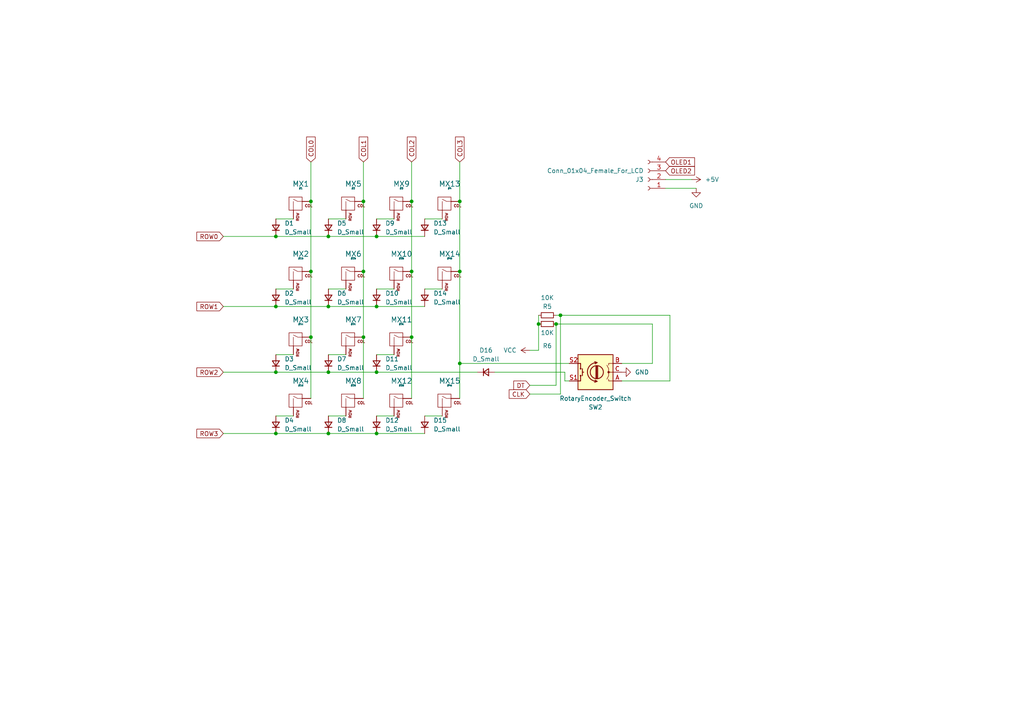
<source format=kicad_sch>
(kicad_sch (version 20211123) (generator eeschema)

  (uuid b34c1e6b-0052-40e1-a684-af0848309f79)

  (paper "A4")

  (title_block
    (title "Switch Layout With LCD & Pot V3")
    (rev "Rev 3")
    (company "MIT License")
  )

  (lib_symbols
    (symbol "Connector:Conn_01x04_Female" (pin_names (offset 1.016) hide) (in_bom yes) (on_board yes)
      (property "Reference" "J" (id 0) (at 0 5.08 0)
        (effects (font (size 1.27 1.27)))
      )
      (property "Value" "Conn_01x04_Female" (id 1) (at 0 -7.62 0)
        (effects (font (size 1.27 1.27)))
      )
      (property "Footprint" "" (id 2) (at 0 0 0)
        (effects (font (size 1.27 1.27)) hide)
      )
      (property "Datasheet" "~" (id 3) (at 0 0 0)
        (effects (font (size 1.27 1.27)) hide)
      )
      (property "ki_keywords" "connector" (id 4) (at 0 0 0)
        (effects (font (size 1.27 1.27)) hide)
      )
      (property "ki_description" "Generic connector, single row, 01x04, script generated (kicad-library-utils/schlib/autogen/connector/)" (id 5) (at 0 0 0)
        (effects (font (size 1.27 1.27)) hide)
      )
      (property "ki_fp_filters" "Connector*:*_1x??_*" (id 6) (at 0 0 0)
        (effects (font (size 1.27 1.27)) hide)
      )
      (symbol "Conn_01x04_Female_1_1"
        (arc (start 0 -4.572) (mid -0.508 -5.08) (end 0 -5.588)
          (stroke (width 0.1524) (type default) (color 0 0 0 0))
          (fill (type none))
        )
        (arc (start 0 -2.032) (mid -0.508 -2.54) (end 0 -3.048)
          (stroke (width 0.1524) (type default) (color 0 0 0 0))
          (fill (type none))
        )
        (polyline
          (pts
            (xy -1.27 -5.08)
            (xy -0.508 -5.08)
          )
          (stroke (width 0.1524) (type default) (color 0 0 0 0))
          (fill (type none))
        )
        (polyline
          (pts
            (xy -1.27 -2.54)
            (xy -0.508 -2.54)
          )
          (stroke (width 0.1524) (type default) (color 0 0 0 0))
          (fill (type none))
        )
        (polyline
          (pts
            (xy -1.27 0)
            (xy -0.508 0)
          )
          (stroke (width 0.1524) (type default) (color 0 0 0 0))
          (fill (type none))
        )
        (polyline
          (pts
            (xy -1.27 2.54)
            (xy -0.508 2.54)
          )
          (stroke (width 0.1524) (type default) (color 0 0 0 0))
          (fill (type none))
        )
        (arc (start 0 0.508) (mid -0.508 0) (end 0 -0.508)
          (stroke (width 0.1524) (type default) (color 0 0 0 0))
          (fill (type none))
        )
        (arc (start 0 3.048) (mid -0.508 2.54) (end 0 2.032)
          (stroke (width 0.1524) (type default) (color 0 0 0 0))
          (fill (type none))
        )
        (pin passive line (at -5.08 2.54 0) (length 3.81)
          (name "Pin_1" (effects (font (size 1.27 1.27))))
          (number "1" (effects (font (size 1.27 1.27))))
        )
        (pin passive line (at -5.08 0 0) (length 3.81)
          (name "Pin_2" (effects (font (size 1.27 1.27))))
          (number "2" (effects (font (size 1.27 1.27))))
        )
        (pin passive line (at -5.08 -2.54 0) (length 3.81)
          (name "Pin_3" (effects (font (size 1.27 1.27))))
          (number "3" (effects (font (size 1.27 1.27))))
        )
        (pin passive line (at -5.08 -5.08 0) (length 3.81)
          (name "Pin_4" (effects (font (size 1.27 1.27))))
          (number "4" (effects (font (size 1.27 1.27))))
        )
      )
    )
    (symbol "Device:D_Small" (pin_numbers hide) (pin_names (offset 0.254) hide) (in_bom yes) (on_board yes)
      (property "Reference" "D" (id 0) (at -1.27 2.032 0)
        (effects (font (size 1.27 1.27)) (justify left))
      )
      (property "Value" "D_Small" (id 1) (at -3.81 -2.032 0)
        (effects (font (size 1.27 1.27)) (justify left))
      )
      (property "Footprint" "" (id 2) (at 0 0 90)
        (effects (font (size 1.27 1.27)) hide)
      )
      (property "Datasheet" "~" (id 3) (at 0 0 90)
        (effects (font (size 1.27 1.27)) hide)
      )
      (property "ki_keywords" "diode" (id 4) (at 0 0 0)
        (effects (font (size 1.27 1.27)) hide)
      )
      (property "ki_description" "Diode, small symbol" (id 5) (at 0 0 0)
        (effects (font (size 1.27 1.27)) hide)
      )
      (property "ki_fp_filters" "TO-???* *_Diode_* *SingleDiode* D_*" (id 6) (at 0 0 0)
        (effects (font (size 1.27 1.27)) hide)
      )
      (symbol "D_Small_0_1"
        (polyline
          (pts
            (xy -0.762 -1.016)
            (xy -0.762 1.016)
          )
          (stroke (width 0.254) (type default) (color 0 0 0 0))
          (fill (type none))
        )
        (polyline
          (pts
            (xy -0.762 0)
            (xy 0.762 0)
          )
          (stroke (width 0) (type default) (color 0 0 0 0))
          (fill (type none))
        )
        (polyline
          (pts
            (xy 0.762 -1.016)
            (xy -0.762 0)
            (xy 0.762 1.016)
            (xy 0.762 -1.016)
          )
          (stroke (width 0.254) (type default) (color 0 0 0 0))
          (fill (type none))
        )
      )
      (symbol "D_Small_1_1"
        (pin passive line (at -2.54 0 0) (length 1.778)
          (name "K" (effects (font (size 1.27 1.27))))
          (number "1" (effects (font (size 1.27 1.27))))
        )
        (pin passive line (at 2.54 0 180) (length 1.778)
          (name "A" (effects (font (size 1.27 1.27))))
          (number "2" (effects (font (size 1.27 1.27))))
        )
      )
    )
    (symbol "Device:R_Small" (pin_numbers hide) (pin_names (offset 0.254) hide) (in_bom yes) (on_board yes)
      (property "Reference" "R" (id 0) (at 0.762 0.508 0)
        (effects (font (size 1.27 1.27)) (justify left))
      )
      (property "Value" "R_Small" (id 1) (at 0.762 -1.016 0)
        (effects (font (size 1.27 1.27)) (justify left))
      )
      (property "Footprint" "" (id 2) (at 0 0 0)
        (effects (font (size 1.27 1.27)) hide)
      )
      (property "Datasheet" "~" (id 3) (at 0 0 0)
        (effects (font (size 1.27 1.27)) hide)
      )
      (property "ki_keywords" "R resistor" (id 4) (at 0 0 0)
        (effects (font (size 1.27 1.27)) hide)
      )
      (property "ki_description" "Resistor, small symbol" (id 5) (at 0 0 0)
        (effects (font (size 1.27 1.27)) hide)
      )
      (property "ki_fp_filters" "R_*" (id 6) (at 0 0 0)
        (effects (font (size 1.27 1.27)) hide)
      )
      (symbol "R_Small_0_1"
        (rectangle (start -0.762 1.778) (end 0.762 -1.778)
          (stroke (width 0.2032) (type default) (color 0 0 0 0))
          (fill (type none))
        )
      )
      (symbol "R_Small_1_1"
        (pin passive line (at 0 2.54 270) (length 0.762)
          (name "~" (effects (font (size 1.27 1.27))))
          (number "1" (effects (font (size 1.27 1.27))))
        )
        (pin passive line (at 0 -2.54 90) (length 0.762)
          (name "~" (effects (font (size 1.27 1.27))))
          (number "2" (effects (font (size 1.27 1.27))))
        )
      )
    )
    (symbol "Device:RotaryEncoder_Switch" (pin_names (offset 0.254) hide) (in_bom yes) (on_board yes)
      (property "Reference" "SW" (id 0) (at 0 6.604 0)
        (effects (font (size 1.27 1.27)))
      )
      (property "Value" "RotaryEncoder_Switch" (id 1) (at 0 -6.604 0)
        (effects (font (size 1.27 1.27)))
      )
      (property "Footprint" "" (id 2) (at -3.81 4.064 0)
        (effects (font (size 1.27 1.27)) hide)
      )
      (property "Datasheet" "~" (id 3) (at 0 6.604 0)
        (effects (font (size 1.27 1.27)) hide)
      )
      (property "ki_keywords" "rotary switch encoder switch push button" (id 4) (at 0 0 0)
        (effects (font (size 1.27 1.27)) hide)
      )
      (property "ki_description" "Rotary encoder, dual channel, incremental quadrate outputs, with switch" (id 5) (at 0 0 0)
        (effects (font (size 1.27 1.27)) hide)
      )
      (property "ki_fp_filters" "RotaryEncoder*Switch*" (id 6) (at 0 0 0)
        (effects (font (size 1.27 1.27)) hide)
      )
      (symbol "RotaryEncoder_Switch_0_1"
        (rectangle (start -5.08 5.08) (end 5.08 -5.08)
          (stroke (width 0.254) (type default) (color 0 0 0 0))
          (fill (type background))
        )
        (circle (center -3.81 0) (radius 0.254)
          (stroke (width 0) (type default) (color 0 0 0 0))
          (fill (type outline))
        )
        (arc (start -0.381 -2.794) (mid 2.3622 -0.0508) (end -0.381 2.667)
          (stroke (width 0.254) (type default) (color 0 0 0 0))
          (fill (type none))
        )
        (circle (center -0.381 0) (radius 1.905)
          (stroke (width 0.254) (type default) (color 0 0 0 0))
          (fill (type none))
        )
        (polyline
          (pts
            (xy -0.635 -1.778)
            (xy -0.635 1.778)
          )
          (stroke (width 0.254) (type default) (color 0 0 0 0))
          (fill (type none))
        )
        (polyline
          (pts
            (xy -0.381 -1.778)
            (xy -0.381 1.778)
          )
          (stroke (width 0.254) (type default) (color 0 0 0 0))
          (fill (type none))
        )
        (polyline
          (pts
            (xy -0.127 1.778)
            (xy -0.127 -1.778)
          )
          (stroke (width 0.254) (type default) (color 0 0 0 0))
          (fill (type none))
        )
        (polyline
          (pts
            (xy 3.81 0)
            (xy 3.429 0)
          )
          (stroke (width 0.254) (type default) (color 0 0 0 0))
          (fill (type none))
        )
        (polyline
          (pts
            (xy 3.81 1.016)
            (xy 3.81 -1.016)
          )
          (stroke (width 0.254) (type default) (color 0 0 0 0))
          (fill (type none))
        )
        (polyline
          (pts
            (xy -5.08 -2.54)
            (xy -3.81 -2.54)
            (xy -3.81 -2.032)
          )
          (stroke (width 0) (type default) (color 0 0 0 0))
          (fill (type none))
        )
        (polyline
          (pts
            (xy -5.08 2.54)
            (xy -3.81 2.54)
            (xy -3.81 2.032)
          )
          (stroke (width 0) (type default) (color 0 0 0 0))
          (fill (type none))
        )
        (polyline
          (pts
            (xy 0.254 -3.048)
            (xy -0.508 -2.794)
            (xy 0.127 -2.413)
          )
          (stroke (width 0.254) (type default) (color 0 0 0 0))
          (fill (type none))
        )
        (polyline
          (pts
            (xy 0.254 2.921)
            (xy -0.508 2.667)
            (xy 0.127 2.286)
          )
          (stroke (width 0.254) (type default) (color 0 0 0 0))
          (fill (type none))
        )
        (polyline
          (pts
            (xy 5.08 -2.54)
            (xy 4.318 -2.54)
            (xy 4.318 -1.016)
          )
          (stroke (width 0.254) (type default) (color 0 0 0 0))
          (fill (type none))
        )
        (polyline
          (pts
            (xy 5.08 2.54)
            (xy 4.318 2.54)
            (xy 4.318 1.016)
          )
          (stroke (width 0.254) (type default) (color 0 0 0 0))
          (fill (type none))
        )
        (polyline
          (pts
            (xy -5.08 0)
            (xy -3.81 0)
            (xy -3.81 -1.016)
            (xy -3.302 -2.032)
          )
          (stroke (width 0) (type default) (color 0 0 0 0))
          (fill (type none))
        )
        (polyline
          (pts
            (xy -4.318 0)
            (xy -3.81 0)
            (xy -3.81 1.016)
            (xy -3.302 2.032)
          )
          (stroke (width 0) (type default) (color 0 0 0 0))
          (fill (type none))
        )
        (circle (center 4.318 -1.016) (radius 0.127)
          (stroke (width 0.254) (type default) (color 0 0 0 0))
          (fill (type none))
        )
        (circle (center 4.318 1.016) (radius 0.127)
          (stroke (width 0.254) (type default) (color 0 0 0 0))
          (fill (type none))
        )
      )
      (symbol "RotaryEncoder_Switch_1_1"
        (pin passive line (at -7.62 2.54 0) (length 2.54)
          (name "A" (effects (font (size 1.27 1.27))))
          (number "A" (effects (font (size 1.27 1.27))))
        )
        (pin passive line (at -7.62 -2.54 0) (length 2.54)
          (name "B" (effects (font (size 1.27 1.27))))
          (number "B" (effects (font (size 1.27 1.27))))
        )
        (pin passive line (at -7.62 0 0) (length 2.54)
          (name "C" (effects (font (size 1.27 1.27))))
          (number "C" (effects (font (size 1.27 1.27))))
        )
        (pin passive line (at 7.62 2.54 180) (length 2.54)
          (name "S1" (effects (font (size 1.27 1.27))))
          (number "S1" (effects (font (size 1.27 1.27))))
        )
        (pin passive line (at 7.62 -2.54 180) (length 2.54)
          (name "S2" (effects (font (size 1.27 1.27))))
          (number "S2" (effects (font (size 1.27 1.27))))
        )
      )
    )
    (symbol "MX_Alps_Hybrid:MX-NoLED" (pin_names (offset 1.016)) (in_bom yes) (on_board yes)
      (property "Reference" "MX" (id 0) (at -0.635 3.81 0)
        (effects (font (size 1.524 1.524)))
      )
      (property "Value" "MX-NoLED" (id 1) (at -0.635 1.27 0)
        (effects (font (size 0.508 0.508)))
      )
      (property "Footprint" "" (id 2) (at -15.875 -0.635 0)
        (effects (font (size 1.524 1.524)) hide)
      )
      (property "Datasheet" "" (id 3) (at -15.875 -0.635 0)
        (effects (font (size 1.524 1.524)) hide)
      )
      (symbol "MX-NoLED_0_0"
        (rectangle (start -2.54 2.54) (end 1.27 -1.27)
          (stroke (width 0) (type default) (color 0 0 0 0))
          (fill (type none))
        )
        (polyline
          (pts
            (xy -1.27 -1.27)
            (xy -1.27 1.27)
          )
          (stroke (width 0.127) (type default) (color 0 0 0 0))
          (fill (type none))
        )
        (polyline
          (pts
            (xy 1.27 1.27)
            (xy 0 1.27)
            (xy -1.27 1.905)
          )
          (stroke (width 0.127) (type default) (color 0 0 0 0))
          (fill (type none))
        )
        (text "COL" (at 3.175 0 0)
          (effects (font (size 0.762 0.762)))
        )
        (text "ROW" (at 0 -1.905 900)
          (effects (font (size 0.762 0.762)) (justify right))
        )
      )
      (symbol "MX-NoLED_1_1"
        (pin passive line (at 3.81 1.27 180) (length 2.54)
          (name "COL" (effects (font (size 0 0))))
          (number "1" (effects (font (size 0 0))))
        )
        (pin passive line (at -1.27 -3.81 90) (length 2.54)
          (name "ROW" (effects (font (size 0 0))))
          (number "2" (effects (font (size 0 0))))
        )
      )
    )
    (symbol "power:+5V" (power) (pin_names (offset 0)) (in_bom yes) (on_board yes)
      (property "Reference" "#PWR" (id 0) (at 0 -3.81 0)
        (effects (font (size 1.27 1.27)) hide)
      )
      (property "Value" "+5V" (id 1) (at 0 3.556 0)
        (effects (font (size 1.27 1.27)))
      )
      (property "Footprint" "" (id 2) (at 0 0 0)
        (effects (font (size 1.27 1.27)) hide)
      )
      (property "Datasheet" "" (id 3) (at 0 0 0)
        (effects (font (size 1.27 1.27)) hide)
      )
      (property "ki_keywords" "global power" (id 4) (at 0 0 0)
        (effects (font (size 1.27 1.27)) hide)
      )
      (property "ki_description" "Power symbol creates a global label with name \"+5V\"" (id 5) (at 0 0 0)
        (effects (font (size 1.27 1.27)) hide)
      )
      (symbol "+5V_0_1"
        (polyline
          (pts
            (xy -0.762 1.27)
            (xy 0 2.54)
          )
          (stroke (width 0) (type default) (color 0 0 0 0))
          (fill (type none))
        )
        (polyline
          (pts
            (xy 0 0)
            (xy 0 2.54)
          )
          (stroke (width 0) (type default) (color 0 0 0 0))
          (fill (type none))
        )
        (polyline
          (pts
            (xy 0 2.54)
            (xy 0.762 1.27)
          )
          (stroke (width 0) (type default) (color 0 0 0 0))
          (fill (type none))
        )
      )
      (symbol "+5V_1_1"
        (pin power_in line (at 0 0 90) (length 0) hide
          (name "+5V" (effects (font (size 1.27 1.27))))
          (number "1" (effects (font (size 1.27 1.27))))
        )
      )
    )
    (symbol "power:GND" (power) (pin_names (offset 0)) (in_bom yes) (on_board yes)
      (property "Reference" "#PWR" (id 0) (at 0 -6.35 0)
        (effects (font (size 1.27 1.27)) hide)
      )
      (property "Value" "GND" (id 1) (at 0 -3.81 0)
        (effects (font (size 1.27 1.27)))
      )
      (property "Footprint" "" (id 2) (at 0 0 0)
        (effects (font (size 1.27 1.27)) hide)
      )
      (property "Datasheet" "" (id 3) (at 0 0 0)
        (effects (font (size 1.27 1.27)) hide)
      )
      (property "ki_keywords" "global power" (id 4) (at 0 0 0)
        (effects (font (size 1.27 1.27)) hide)
      )
      (property "ki_description" "Power symbol creates a global label with name \"GND\" , ground" (id 5) (at 0 0 0)
        (effects (font (size 1.27 1.27)) hide)
      )
      (symbol "GND_0_1"
        (polyline
          (pts
            (xy 0 0)
            (xy 0 -1.27)
            (xy 1.27 -1.27)
            (xy 0 -2.54)
            (xy -1.27 -1.27)
            (xy 0 -1.27)
          )
          (stroke (width 0) (type default) (color 0 0 0 0))
          (fill (type none))
        )
      )
      (symbol "GND_1_1"
        (pin power_in line (at 0 0 270) (length 0) hide
          (name "GND" (effects (font (size 1.27 1.27))))
          (number "1" (effects (font (size 1.27 1.27))))
        )
      )
    )
    (symbol "power:VCC" (power) (pin_names (offset 0)) (in_bom yes) (on_board yes)
      (property "Reference" "#PWR" (id 0) (at 0 -3.81 0)
        (effects (font (size 1.27 1.27)) hide)
      )
      (property "Value" "VCC" (id 1) (at 0 3.81 0)
        (effects (font (size 1.27 1.27)))
      )
      (property "Footprint" "" (id 2) (at 0 0 0)
        (effects (font (size 1.27 1.27)) hide)
      )
      (property "Datasheet" "" (id 3) (at 0 0 0)
        (effects (font (size 1.27 1.27)) hide)
      )
      (property "ki_keywords" "global power" (id 4) (at 0 0 0)
        (effects (font (size 1.27 1.27)) hide)
      )
      (property "ki_description" "Power symbol creates a global label with name \"VCC\"" (id 5) (at 0 0 0)
        (effects (font (size 1.27 1.27)) hide)
      )
      (symbol "VCC_0_1"
        (polyline
          (pts
            (xy -0.762 1.27)
            (xy 0 2.54)
          )
          (stroke (width 0) (type default) (color 0 0 0 0))
          (fill (type none))
        )
        (polyline
          (pts
            (xy 0 0)
            (xy 0 2.54)
          )
          (stroke (width 0) (type default) (color 0 0 0 0))
          (fill (type none))
        )
        (polyline
          (pts
            (xy 0 2.54)
            (xy 0.762 1.27)
          )
          (stroke (width 0) (type default) (color 0 0 0 0))
          (fill (type none))
        )
      )
      (symbol "VCC_1_1"
        (pin power_in line (at 0 0 90) (length 0) hide
          (name "VCC" (effects (font (size 1.27 1.27))))
          (number "1" (effects (font (size 1.27 1.27))))
        )
      )
    )
  )

  (junction (at 109.22 125.73) (diameter 0) (color 0 0 0 0)
    (uuid 0a1bd936-d383-4ae2-993f-8b4ec6be2b4c)
  )
  (junction (at 105.41 78.74) (diameter 0) (color 0 0 0 0)
    (uuid 172a904e-aa5d-48e7-95f9-12f2286d799f)
  )
  (junction (at 156.21 93.98) (diameter 0) (color 0 0 0 0)
    (uuid 1a341f6b-8bfa-4923-abfc-8a6d73d985c0)
  )
  (junction (at 119.38 97.79) (diameter 0) (color 0 0 0 0)
    (uuid 22af9f66-7d85-44ae-b520-3d5fcdc8f4dc)
  )
  (junction (at 95.25 107.95) (diameter 0) (color 0 0 0 0)
    (uuid 284094e9-65aa-4e72-935b-903de4940e3e)
  )
  (junction (at 105.41 58.42) (diameter 0) (color 0 0 0 0)
    (uuid 2893387f-5418-4452-8a7f-f5844bc5706f)
  )
  (junction (at 80.01 88.9) (diameter 0) (color 0 0 0 0)
    (uuid 2ce1e306-fe1f-4a9f-9d29-bbf341d02548)
  )
  (junction (at 133.35 58.42) (diameter 0) (color 0 0 0 0)
    (uuid 3565e77a-7048-4333-aba4-87ea246bbc7a)
  )
  (junction (at 109.22 88.9) (diameter 0) (color 0 0 0 0)
    (uuid 52e18d83-2e33-4acf-a801-1cc77501cdd2)
  )
  (junction (at 90.17 97.79) (diameter 0) (color 0 0 0 0)
    (uuid 5537f577-e94b-41bf-a9e0-262f2df3ac0d)
  )
  (junction (at 162.56 91.44) (diameter 0) (color 0 0 0 0)
    (uuid 5c59a9de-ac3f-4e7b-8de8-5061f4b6ee21)
  )
  (junction (at 80.01 68.58) (diameter 0) (color 0 0 0 0)
    (uuid 5ccc9757-0ff1-4468-890c-10b30293ce60)
  )
  (junction (at 109.22 107.95) (diameter 0) (color 0 0 0 0)
    (uuid 70eb862d-b999-4236-a074-e10b331e5bb3)
  )
  (junction (at 95.25 68.58) (diameter 0) (color 0 0 0 0)
    (uuid 7cf3663c-56fc-4df4-b9a4-c85b16f616f2)
  )
  (junction (at 95.25 88.9) (diameter 0) (color 0 0 0 0)
    (uuid 7e128745-153f-47d2-ad47-b2069d89a78b)
  )
  (junction (at 90.17 58.42) (diameter 0) (color 0 0 0 0)
    (uuid 7e7238c8-1e9a-4de4-acde-73e3f839693b)
  )
  (junction (at 161.29 93.98) (diameter 0) (color 0 0 0 0)
    (uuid 859c504d-22e3-475d-a5c1-11bb02ffd6d4)
  )
  (junction (at 109.22 68.58) (diameter 0) (color 0 0 0 0)
    (uuid 89d0ab79-95d7-4b89-9b84-23db2d10b6d8)
  )
  (junction (at 90.17 78.74) (diameter 0) (color 0 0 0 0)
    (uuid adf31660-4a09-487a-bbfe-b53bcd252bbf)
  )
  (junction (at 119.38 58.42) (diameter 0) (color 0 0 0 0)
    (uuid b90f0851-e194-4a3b-9189-27c16c9054c4)
  )
  (junction (at 80.01 125.73) (diameter 0) (color 0 0 0 0)
    (uuid b9f16380-70ba-4f81-a062-2ca7d784681a)
  )
  (junction (at 105.41 97.79) (diameter 0) (color 0 0 0 0)
    (uuid c359b621-e3a9-4961-b269-61d989367e36)
  )
  (junction (at 119.38 78.74) (diameter 0) (color 0 0 0 0)
    (uuid d23852bf-5a80-4f61-adf4-48c9b9bb472d)
  )
  (junction (at 80.01 107.95) (diameter 0) (color 0 0 0 0)
    (uuid d86e20fd-a56f-4fa2-9303-3b11460a2c3e)
  )
  (junction (at 95.25 125.73) (diameter 0) (color 0 0 0 0)
    (uuid ec384eb1-88c0-47d6-81e6-4ebf3ce8d8c1)
  )
  (junction (at 133.35 105.41) (diameter 0) (color 0 0 0 0)
    (uuid f2ffae98-6123-4714-af91-4a08a03b057d)
  )
  (junction (at 133.35 78.74) (diameter 0) (color 0 0 0 0)
    (uuid feeded98-aac2-48ce-8e91-44024875c99a)
  )

  (wire (pts (xy 90.17 78.74) (xy 90.17 97.79))
    (stroke (width 0) (type default) (color 0 0 0 0))
    (uuid 00157082-df09-484e-829e-1eff742b8970)
  )
  (wire (pts (xy 156.21 91.44) (xy 156.21 93.98))
    (stroke (width 0) (type default) (color 0 0 0 0))
    (uuid 0062ef1e-a701-494f-a133-1ed4c643c9d0)
  )
  (wire (pts (xy 133.35 46.99) (xy 133.35 58.42))
    (stroke (width 0) (type default) (color 0 0 0 0))
    (uuid 07e2c657-29b8-472c-a4eb-8359b327d09f)
  )
  (wire (pts (xy 95.25 63.5) (xy 100.33 63.5))
    (stroke (width 0) (type default) (color 0 0 0 0))
    (uuid 0c06ef8f-3c2d-4870-affa-6d052a9bb816)
  )
  (wire (pts (xy 109.22 107.95) (xy 138.43 107.95))
    (stroke (width 0) (type default) (color 0 0 0 0))
    (uuid 0d60ac54-b4e5-4691-a517-9040c109a8c2)
  )
  (wire (pts (xy 90.17 46.99) (xy 90.17 58.42))
    (stroke (width 0) (type default) (color 0 0 0 0))
    (uuid 0e510a50-7e51-4a4c-9ee4-8a8c95ef51ca)
  )
  (wire (pts (xy 156.21 101.6) (xy 153.67 101.6))
    (stroke (width 0) (type default) (color 0 0 0 0))
    (uuid 150bc05e-d15d-442a-8ba7-72e9490be875)
  )
  (wire (pts (xy 95.25 107.95) (xy 109.22 107.95))
    (stroke (width 0) (type default) (color 0 0 0 0))
    (uuid 1566c693-a1ab-4d1f-9d65-2cb880b3a996)
  )
  (wire (pts (xy 109.22 102.87) (xy 114.3 102.87))
    (stroke (width 0) (type default) (color 0 0 0 0))
    (uuid 21cda8af-3542-491a-a9e6-b951ede90619)
  )
  (wire (pts (xy 162.56 91.44) (xy 161.29 91.44))
    (stroke (width 0) (type default) (color 0 0 0 0))
    (uuid 23af2862-0835-4552-a3d8-7b197b53a6cb)
  )
  (wire (pts (xy 119.38 58.42) (xy 119.38 78.74))
    (stroke (width 0) (type default) (color 0 0 0 0))
    (uuid 283227fb-0f0a-47e5-8041-96a3eb67ea20)
  )
  (wire (pts (xy 133.35 58.42) (xy 133.35 78.74))
    (stroke (width 0) (type default) (color 0 0 0 0))
    (uuid 29e48f81-3475-46af-a352-79c82be305f1)
  )
  (wire (pts (xy 161.29 111.76) (xy 153.67 111.76))
    (stroke (width 0) (type default) (color 0 0 0 0))
    (uuid 2cfe89ff-6ec0-4afc-aa12-8859da3e6f19)
  )
  (wire (pts (xy 162.56 114.3) (xy 153.67 114.3))
    (stroke (width 0) (type default) (color 0 0 0 0))
    (uuid 2f6af63b-3c2c-4f0a-987e-76e579af0111)
  )
  (wire (pts (xy 133.35 78.74) (xy 133.35 105.41))
    (stroke (width 0) (type default) (color 0 0 0 0))
    (uuid 31f4265f-5379-49fd-852e-fd4a9dafc667)
  )
  (wire (pts (xy 143.51 107.95) (xy 163.83 107.95))
    (stroke (width 0) (type default) (color 0 0 0 0))
    (uuid 3b758e0e-c3d7-4c9a-98a6-6655d55ffd01)
  )
  (wire (pts (xy 80.01 102.87) (xy 85.09 102.87))
    (stroke (width 0) (type default) (color 0 0 0 0))
    (uuid 3ccc8438-3d24-4c56-aebd-a035e8a30e29)
  )
  (wire (pts (xy 95.25 102.87) (xy 100.33 102.87))
    (stroke (width 0) (type default) (color 0 0 0 0))
    (uuid 3d17c94d-c8ab-43fe-8a23-781e6e79aa5c)
  )
  (wire (pts (xy 156.21 93.98) (xy 156.21 101.6))
    (stroke (width 0) (type default) (color 0 0 0 0))
    (uuid 3eed795f-701e-4e12-ace8-f8c8a22ad6d8)
  )
  (wire (pts (xy 123.19 63.5) (xy 128.27 63.5))
    (stroke (width 0) (type default) (color 0 0 0 0))
    (uuid 4191a86d-94d9-42dd-aa6e-51c4b7534abe)
  )
  (wire (pts (xy 163.83 110.49) (xy 163.83 107.95))
    (stroke (width 0) (type default) (color 0 0 0 0))
    (uuid 46fa750f-a32d-4d96-bb1f-fb6aea7a71ad)
  )
  (wire (pts (xy 109.22 63.5) (xy 114.3 63.5))
    (stroke (width 0) (type default) (color 0 0 0 0))
    (uuid 47ddac7a-5f2d-468a-88e6-f06ddca89f09)
  )
  (wire (pts (xy 119.38 97.79) (xy 119.38 115.57))
    (stroke (width 0) (type default) (color 0 0 0 0))
    (uuid 483e2aa9-cc00-45de-9f7c-d89c879649ff)
  )
  (wire (pts (xy 193.04 52.07) (xy 200.66 52.07))
    (stroke (width 0) (type default) (color 0 0 0 0))
    (uuid 4fdc6d22-8453-4f3d-8920-3cb24d6b4ff0)
  )
  (wire (pts (xy 123.19 83.82) (xy 128.27 83.82))
    (stroke (width 0) (type default) (color 0 0 0 0))
    (uuid 611e7ada-aa0e-4e57-b539-183a78280e69)
  )
  (wire (pts (xy 189.23 93.98) (xy 161.29 93.98))
    (stroke (width 0) (type default) (color 0 0 0 0))
    (uuid 62a93022-7b47-42f7-8bfd-60482bcd750e)
  )
  (wire (pts (xy 80.01 83.82) (xy 85.09 83.82))
    (stroke (width 0) (type default) (color 0 0 0 0))
    (uuid 633cd470-4284-45da-8c2f-dc89ed3cde75)
  )
  (wire (pts (xy 194.31 91.44) (xy 162.56 91.44))
    (stroke (width 0) (type default) (color 0 0 0 0))
    (uuid 63e3af34-8ad6-49b2-a287-4cb8f26d76bd)
  )
  (wire (pts (xy 95.25 125.73) (xy 109.22 125.73))
    (stroke (width 0) (type default) (color 0 0 0 0))
    (uuid 6da3fac7-aa68-4581-8cfe-f0b0d41eb8a6)
  )
  (wire (pts (xy 90.17 58.42) (xy 90.17 78.74))
    (stroke (width 0) (type default) (color 0 0 0 0))
    (uuid 70d2f514-0a14-4542-9d70-77d08f3bc144)
  )
  (wire (pts (xy 64.77 68.58) (xy 80.01 68.58))
    (stroke (width 0) (type default) (color 0 0 0 0))
    (uuid 74f327cc-02dd-4269-9ae3-bba71c426925)
  )
  (wire (pts (xy 193.04 54.61) (xy 201.93 54.61))
    (stroke (width 0) (type default) (color 0 0 0 0))
    (uuid 771edc01-c6e8-476c-9e37-7a72ac96e4fa)
  )
  (wire (pts (xy 64.77 125.73) (xy 80.01 125.73))
    (stroke (width 0) (type default) (color 0 0 0 0))
    (uuid 77e3db8d-8d9e-45bb-ae4b-00e0c01f641b)
  )
  (wire (pts (xy 165.1 110.49) (xy 163.83 110.49))
    (stroke (width 0) (type default) (color 0 0 0 0))
    (uuid 7a67ee63-57c3-4b72-b672-ac151a3784f5)
  )
  (wire (pts (xy 161.29 93.98) (xy 161.29 111.76))
    (stroke (width 0) (type default) (color 0 0 0 0))
    (uuid 7e03ec8b-41d8-453c-bbaf-fd91d836935f)
  )
  (wire (pts (xy 180.34 110.49) (xy 194.31 110.49))
    (stroke (width 0) (type default) (color 0 0 0 0))
    (uuid 7e8cac66-22e3-43c5-a145-fe59c0ef8a92)
  )
  (wire (pts (xy 119.38 46.99) (xy 119.38 58.42))
    (stroke (width 0) (type default) (color 0 0 0 0))
    (uuid 808f2deb-4f00-4579-abf8-a680dc9ff9be)
  )
  (wire (pts (xy 109.22 120.65) (xy 114.3 120.65))
    (stroke (width 0) (type default) (color 0 0 0 0))
    (uuid 823302d2-1875-4def-8749-3253de1a8a1e)
  )
  (wire (pts (xy 80.01 125.73) (xy 95.25 125.73))
    (stroke (width 0) (type default) (color 0 0 0 0))
    (uuid 82b2976c-9996-4dfc-808d-14fd9ce89c6a)
  )
  (wire (pts (xy 194.31 110.49) (xy 194.31 91.44))
    (stroke (width 0) (type default) (color 0 0 0 0))
    (uuid 8a7910ee-fe87-42a7-b622-433280edb826)
  )
  (wire (pts (xy 80.01 88.9) (xy 95.25 88.9))
    (stroke (width 0) (type default) (color 0 0 0 0))
    (uuid 8c151347-97ba-49b2-9746-45303cfe9d2f)
  )
  (wire (pts (xy 80.01 107.95) (xy 95.25 107.95))
    (stroke (width 0) (type default) (color 0 0 0 0))
    (uuid 8ce5158f-3367-49e2-9811-f06baaae2f96)
  )
  (wire (pts (xy 105.41 46.99) (xy 105.41 58.42))
    (stroke (width 0) (type default) (color 0 0 0 0))
    (uuid 8d4123f1-c94e-40a0-b71a-f715b5f0716b)
  )
  (wire (pts (xy 95.25 83.82) (xy 100.33 83.82))
    (stroke (width 0) (type default) (color 0 0 0 0))
    (uuid 98c5d040-eebf-478c-91c6-5aae239eaf00)
  )
  (wire (pts (xy 189.23 105.41) (xy 189.23 93.98))
    (stroke (width 0) (type default) (color 0 0 0 0))
    (uuid a777ff1f-3d63-41b2-ba99-2e4e280f547a)
  )
  (wire (pts (xy 105.41 78.74) (xy 105.41 97.79))
    (stroke (width 0) (type default) (color 0 0 0 0))
    (uuid aa0a9779-0f31-403f-9181-da4a5f43b7db)
  )
  (wire (pts (xy 105.41 58.42) (xy 105.41 78.74))
    (stroke (width 0) (type default) (color 0 0 0 0))
    (uuid aa2d922f-4455-4518-912b-39f649e55dda)
  )
  (wire (pts (xy 64.77 107.95) (xy 80.01 107.95))
    (stroke (width 0) (type default) (color 0 0 0 0))
    (uuid acefb2f7-b0b5-487f-99e6-4c7b3101e60c)
  )
  (wire (pts (xy 109.22 83.82) (xy 114.3 83.82))
    (stroke (width 0) (type default) (color 0 0 0 0))
    (uuid ae6a12b9-b594-442d-92df-eab69d6256a0)
  )
  (wire (pts (xy 95.25 120.65) (xy 100.33 120.65))
    (stroke (width 0) (type default) (color 0 0 0 0))
    (uuid ce2e1e82-2f65-4b38-b9b5-807cc2eb0795)
  )
  (wire (pts (xy 123.19 120.65) (xy 128.27 120.65))
    (stroke (width 0) (type default) (color 0 0 0 0))
    (uuid ce30fe9d-e02b-40ff-a2a5-f2ac0ed19006)
  )
  (wire (pts (xy 90.17 97.79) (xy 90.17 115.57))
    (stroke (width 0) (type default) (color 0 0 0 0))
    (uuid d1194bc5-df83-42af-b2e2-a0f4fd6d8920)
  )
  (wire (pts (xy 105.41 97.79) (xy 105.41 115.57))
    (stroke (width 0) (type default) (color 0 0 0 0))
    (uuid d11b74dc-d540-4c82-aaed-09f0a75bec96)
  )
  (wire (pts (xy 80.01 120.65) (xy 85.09 120.65))
    (stroke (width 0) (type default) (color 0 0 0 0))
    (uuid d1e066c9-84fb-48d9-91dc-79e896e27705)
  )
  (wire (pts (xy 95.25 68.58) (xy 109.22 68.58))
    (stroke (width 0) (type default) (color 0 0 0 0))
    (uuid d2cbd356-0e78-481e-b38c-478fbd479c01)
  )
  (wire (pts (xy 133.35 105.41) (xy 165.1 105.41))
    (stroke (width 0) (type default) (color 0 0 0 0))
    (uuid d3b53fbc-7e29-4f42-8031-e5c6234c1568)
  )
  (wire (pts (xy 109.22 68.58) (xy 123.19 68.58))
    (stroke (width 0) (type default) (color 0 0 0 0))
    (uuid d4353925-63ac-4478-ba6a-c46ec342f5a4)
  )
  (wire (pts (xy 180.34 105.41) (xy 189.23 105.41))
    (stroke (width 0) (type default) (color 0 0 0 0))
    (uuid d6290c88-b141-485e-85a0-0963dcbd34bc)
  )
  (wire (pts (xy 109.22 125.73) (xy 123.19 125.73))
    (stroke (width 0) (type default) (color 0 0 0 0))
    (uuid df4a7478-76e3-4eeb-a2ee-b66aae12cd26)
  )
  (wire (pts (xy 119.38 78.74) (xy 119.38 97.79))
    (stroke (width 0) (type default) (color 0 0 0 0))
    (uuid e1ad6694-8f08-4ee0-ac26-1181f0b3c7bb)
  )
  (wire (pts (xy 64.77 88.9) (xy 80.01 88.9))
    (stroke (width 0) (type default) (color 0 0 0 0))
    (uuid e1deeb92-1e1f-4310-b8cc-d7165867b752)
  )
  (wire (pts (xy 80.01 68.58) (xy 95.25 68.58))
    (stroke (width 0) (type default) (color 0 0 0 0))
    (uuid e34d2370-0c55-4dfe-9431-e0dbb832511c)
  )
  (wire (pts (xy 133.35 105.41) (xy 133.35 115.57))
    (stroke (width 0) (type default) (color 0 0 0 0))
    (uuid eb1ebbd8-8571-4bc1-b710-229f38adecc0)
  )
  (wire (pts (xy 80.01 63.5) (xy 85.09 63.5))
    (stroke (width 0) (type default) (color 0 0 0 0))
    (uuid ef924910-ccb4-4aba-afba-239a812a6dc4)
  )
  (wire (pts (xy 109.22 88.9) (xy 123.19 88.9))
    (stroke (width 0) (type default) (color 0 0 0 0))
    (uuid f062087d-3ce2-4c65-ae95-fa06efbef18e)
  )
  (wire (pts (xy 162.56 91.44) (xy 162.56 114.3))
    (stroke (width 0) (type default) (color 0 0 0 0))
    (uuid fcb80c93-54c3-486d-ae49-4526393aa51d)
  )
  (wire (pts (xy 95.25 88.9) (xy 109.22 88.9))
    (stroke (width 0) (type default) (color 0 0 0 0))
    (uuid ff515b04-2448-4bcf-b575-3330ccce8509)
  )

  (global_label "OLED1" (shape input) (at 193.04 46.99 0) (fields_autoplaced)
    (effects (font (size 1.27 1.27)) (justify left))
    (uuid 2050125a-d675-4ddc-a91e-c707978125fd)
    (property "Intersheet References" "${INTERSHEET_REFS}" (id 0) (at 201.4402 47.0694 0)
      (effects (font (size 1.27 1.27)) (justify left) hide)
    )
  )
  (global_label "ROW3" (shape input) (at 64.77 125.73 180) (fields_autoplaced)
    (effects (font (size 1.27 1.27)) (justify right))
    (uuid 29ebcbf9-9ec5-455b-b589-3f3ecd3aa9f3)
    (property "Intersheet References" "${INTERSHEET_REFS}" (id 0) (at 57.0955 125.6506 0)
      (effects (font (size 1.27 1.27)) (justify right) hide)
    )
  )
  (global_label "COL3" (shape input) (at 133.35 46.99 90) (fields_autoplaced)
    (effects (font (size 1.27 1.27)) (justify left))
    (uuid 2ced7a1d-fbe9-4a09-987d-48a3e17cdabe)
    (property "Intersheet References" "${INTERSHEET_REFS}" (id 0) (at 133.2706 39.7388 90)
      (effects (font (size 1.27 1.27)) (justify left) hide)
    )
  )
  (global_label "COL1" (shape input) (at 105.41 46.99 90) (fields_autoplaced)
    (effects (font (size 1.27 1.27)) (justify left))
    (uuid 391a4b34-1ea8-4341-a9aa-9df66866d56b)
    (property "Intersheet References" "${INTERSHEET_REFS}" (id 0) (at 105.3306 39.7388 90)
      (effects (font (size 1.27 1.27)) (justify left) hide)
    )
  )
  (global_label "COL0" (shape input) (at 90.17 46.99 90) (fields_autoplaced)
    (effects (font (size 1.27 1.27)) (justify left))
    (uuid 434025a4-c4d2-448f-9faa-84b746473043)
    (property "Intersheet References" "${INTERSHEET_REFS}" (id 0) (at 90.0906 39.7388 90)
      (effects (font (size 1.27 1.27)) (justify left) hide)
    )
  )
  (global_label "DT" (shape input) (at 153.67 111.76 180) (fields_autoplaced)
    (effects (font (size 1.27 1.27)) (justify right))
    (uuid 60830065-047f-43e1-9ab0-c41ce0497993)
    (property "Intersheet References" "${INTERSHEET_REFS}" (id 0) (at 149.0193 111.8394 0)
      (effects (font (size 1.27 1.27)) (justify right) hide)
    )
  )
  (global_label "OLED2" (shape input) (at 193.04 49.53 0) (fields_autoplaced)
    (effects (font (size 1.27 1.27)) (justify left))
    (uuid 672035f0-6ef8-4f1f-b32c-662cade12064)
    (property "Intersheet References" "${INTERSHEET_REFS}" (id 0) (at 201.4402 49.6094 0)
      (effects (font (size 1.27 1.27)) (justify left) hide)
    )
  )
  (global_label "ROW1" (shape input) (at 64.77 88.9 180) (fields_autoplaced)
    (effects (font (size 1.27 1.27)) (justify right))
    (uuid 7006fdda-13ea-4ce2-855f-6e4dcd917bf6)
    (property "Intersheet References" "${INTERSHEET_REFS}" (id 0) (at 57.0955 88.8206 0)
      (effects (font (size 1.27 1.27)) (justify right) hide)
    )
  )
  (global_label "COL2" (shape input) (at 119.38 46.99 90) (fields_autoplaced)
    (effects (font (size 1.27 1.27)) (justify left))
    (uuid 8d9f521b-0967-468e-95e5-c186c6ffce5a)
    (property "Intersheet References" "${INTERSHEET_REFS}" (id 0) (at 119.3006 39.7388 90)
      (effects (font (size 1.27 1.27)) (justify left) hide)
    )
  )
  (global_label "ROW2" (shape input) (at 64.77 107.95 180) (fields_autoplaced)
    (effects (font (size 1.27 1.27)) (justify right))
    (uuid 93d774ff-38a7-461b-8286-8390e340e967)
    (property "Intersheet References" "${INTERSHEET_REFS}" (id 0) (at 57.0955 107.8706 0)
      (effects (font (size 1.27 1.27)) (justify right) hide)
    )
  )
  (global_label "ROW0" (shape input) (at 64.77 68.58 180) (fields_autoplaced)
    (effects (font (size 1.27 1.27)) (justify right))
    (uuid 9858bca2-f31e-431c-8757-064e107f4025)
    (property "Intersheet References" "${INTERSHEET_REFS}" (id 0) (at 57.0955 68.5006 0)
      (effects (font (size 1.27 1.27)) (justify right) hide)
    )
  )
  (global_label "CLK" (shape input) (at 153.67 114.3 180) (fields_autoplaced)
    (effects (font (size 1.27 1.27)) (justify right))
    (uuid e0ea0f24-25c3-4bc0-96f2-ab3d8f3e67d7)
    (property "Intersheet References" "${INTERSHEET_REFS}" (id 0) (at 147.6888 114.3794 0)
      (effects (font (size 1.27 1.27)) (justify right) hide)
    )
  )

  (symbol (lib_id "MX_Alps_Hybrid:MX-NoLED") (at 115.57 80.01 0) (unit 1)
    (in_bom yes) (on_board yes) (fields_autoplaced)
    (uuid 05ddfc09-b6c2-4ebd-ae6b-99d4339be5d1)
    (property "Reference" "MX10" (id 0) (at 116.4556 73.66 0)
      (effects (font (size 1.524 1.524)))
    )
    (property "Value" "#3b" (id 1) (at 116.4556 74.93 0)
      (effects (font (size 0.508 0.508)))
    )
    (property "Footprint" "MX_Only:MXOnly-1U-NoLED" (id 2) (at 99.695 80.645 0)
      (effects (font (size 1.524 1.524)) hide)
    )
    (property "Datasheet" "" (id 3) (at 99.695 80.645 0)
      (effects (font (size 1.524 1.524)) hide)
    )
    (pin "1" (uuid 846f228f-9ecb-47ab-b24f-0a18d173ea2b))
    (pin "2" (uuid f6a8915f-ffca-487a-ad99-332dc4e2b373))
  )

  (symbol (lib_id "Device:D_Small") (at 109.22 105.41 90) (unit 1)
    (in_bom yes) (on_board yes) (fields_autoplaced)
    (uuid 1331d595-1d90-4299-ad1d-a0909ee78a13)
    (property "Reference" "D11" (id 0) (at 111.76 104.1399 90)
      (effects (font (size 1.27 1.27)) (justify right))
    )
    (property "Value" "D_Small" (id 1) (at 111.76 106.6799 90)
      (effects (font (size 1.27 1.27)) (justify right))
    )
    (property "Footprint" "Diode_SMD:D_SOD-123" (id 2) (at 109.22 105.41 90)
      (effects (font (size 1.27 1.27)) hide)
    )
    (property "Datasheet" "~" (id 3) (at 109.22 105.41 90)
      (effects (font (size 1.27 1.27)) hide)
    )
    (pin "1" (uuid 94c04f2d-3856-416f-87c1-72ccbff9267d))
    (pin "2" (uuid c5dd4043-3f9a-4d92-b570-ed8b390092c4))
  )

  (symbol (lib_id "Device:RotaryEncoder_Switch") (at 172.72 107.95 180) (unit 1)
    (in_bom yes) (on_board yes) (fields_autoplaced)
    (uuid 14e7f223-a164-442d-9c5e-9995ebfe5b72)
    (property "Reference" "SW2" (id 0) (at 172.72 118.11 0))
    (property "Value" "RotaryEncoder_Switch" (id 1) (at 172.72 115.57 0))
    (property "Footprint" "Rotary_Encoder:RotaryEncoder_Alps_EC11E-Switch_Vertical_H20mm" (id 2) (at 176.53 112.014 0)
      (effects (font (size 1.27 1.27)) hide)
    )
    (property "Datasheet" "~" (id 3) (at 172.72 114.554 0)
      (effects (font (size 1.27 1.27)) hide)
    )
    (pin "A" (uuid ea8b9d82-a45b-4067-8ab0-c09e95dee53a))
    (pin "B" (uuid 52695301-3081-4a82-8276-341c331fed52))
    (pin "C" (uuid 2db9b7ea-00c9-4104-87b9-06590ed125f5))
    (pin "S1" (uuid a1a40deb-62bf-4285-b3cc-d16e95cbff8b))
    (pin "S2" (uuid 0fe8abc7-dd06-4855-a9c2-15f59cba18a8))
  )

  (symbol (lib_id "MX_Alps_Hybrid:MX-NoLED") (at 101.6 59.69 0) (unit 1)
    (in_bom yes) (on_board yes) (fields_autoplaced)
    (uuid 1d6be2a6-be28-45c8-ae25-50d4012f8abc)
    (property "Reference" "MX5" (id 0) (at 102.4856 53.34 0)
      (effects (font (size 1.524 1.524)))
    )
    (property "Value" "#2" (id 1) (at 102.4856 54.61 0)
      (effects (font (size 0.508 0.508)))
    )
    (property "Footprint" "MX_Only:MXOnly-1U-NoLED" (id 2) (at 85.725 60.325 0)
      (effects (font (size 1.524 1.524)) hide)
    )
    (property "Datasheet" "" (id 3) (at 85.725 60.325 0)
      (effects (font (size 1.524 1.524)) hide)
    )
    (pin "1" (uuid 569acdfc-54ac-4ec2-a579-fd3880f50705))
    (pin "2" (uuid caa27bce-46e1-462b-83a6-9423d46166fc))
  )

  (symbol (lib_id "MX_Alps_Hybrid:MX-NoLED") (at 86.36 59.69 0) (unit 1)
    (in_bom yes) (on_board yes) (fields_autoplaced)
    (uuid 204d3d72-00bb-424e-b63b-8747019a7f38)
    (property "Reference" "MX1" (id 0) (at 87.2456 53.34 0)
      (effects (font (size 1.524 1.524)))
    )
    (property "Value" "#1" (id 1) (at 87.2456 54.61 0)
      (effects (font (size 0.508 0.508)))
    )
    (property "Footprint" "MX_Only:MXOnly-1U-NoLED" (id 2) (at 70.485 60.325 0)
      (effects (font (size 1.524 1.524)) hide)
    )
    (property "Datasheet" "" (id 3) (at 70.485 60.325 0)
      (effects (font (size 1.524 1.524)) hide)
    )
    (pin "1" (uuid 18ffb40a-3490-4923-8b98-65049889607e))
    (pin "2" (uuid 2a33e79e-7527-4b2a-87b1-4e1926b0ed31))
  )

  (symbol (lib_id "MX_Alps_Hybrid:MX-NoLED") (at 101.6 99.06 0) (unit 1)
    (in_bom yes) (on_board yes) (fields_autoplaced)
    (uuid 216689ee-2493-4584-b54e-685748062766)
    (property "Reference" "MX7" (id 0) (at 102.4856 92.71 0)
      (effects (font (size 1.524 1.524)))
    )
    (property "Value" "#2c" (id 1) (at 102.4856 93.98 0)
      (effects (font (size 0.508 0.508)))
    )
    (property "Footprint" "MX_Only:MXOnly-1U-NoLED" (id 2) (at 85.725 99.695 0)
      (effects (font (size 1.524 1.524)) hide)
    )
    (property "Datasheet" "" (id 3) (at 85.725 99.695 0)
      (effects (font (size 1.524 1.524)) hide)
    )
    (pin "1" (uuid 30247f99-c593-49cf-9984-f4bcae6870e7))
    (pin "2" (uuid 0b355b19-ace0-47cb-bab1-fc13bb90cfe3))
  )

  (symbol (lib_id "power:+5V") (at 200.66 52.07 270) (unit 1)
    (in_bom yes) (on_board yes) (fields_autoplaced)
    (uuid 25fea5f4-2870-4a23-8074-22bbc9245ea4)
    (property "Reference" "#PWR0117" (id 0) (at 196.85 52.07 0)
      (effects (font (size 1.27 1.27)) hide)
    )
    (property "Value" "+5V" (id 1) (at 204.47 52.0701 90)
      (effects (font (size 1.27 1.27)) (justify left))
    )
    (property "Footprint" "" (id 2) (at 200.66 52.07 0)
      (effects (font (size 1.27 1.27)) hide)
    )
    (property "Datasheet" "" (id 3) (at 200.66 52.07 0)
      (effects (font (size 1.27 1.27)) hide)
    )
    (pin "1" (uuid f56205d4-36c5-4444-aed4-80badcb2792e))
  )

  (symbol (lib_id "MX_Alps_Hybrid:MX-NoLED") (at 101.6 80.01 0) (unit 1)
    (in_bom yes) (on_board yes) (fields_autoplaced)
    (uuid 27a79e30-d521-4065-94a3-01d68fefeb9f)
    (property "Reference" "MX6" (id 0) (at 102.4856 73.66 0)
      (effects (font (size 1.524 1.524)))
    )
    (property "Value" "#2b" (id 1) (at 102.4856 74.93 0)
      (effects (font (size 0.508 0.508)))
    )
    (property "Footprint" "MX_Only:MXOnly-1U-NoLED" (id 2) (at 85.725 80.645 0)
      (effects (font (size 1.524 1.524)) hide)
    )
    (property "Datasheet" "" (id 3) (at 85.725 80.645 0)
      (effects (font (size 1.524 1.524)) hide)
    )
    (pin "1" (uuid 22458c8b-094b-4dd4-b28b-a086b6ca3836))
    (pin "2" (uuid 920e3f22-cedc-4f92-8987-49963b4eb991))
  )

  (symbol (lib_id "MX_Alps_Hybrid:MX-NoLED") (at 129.54 59.69 0) (unit 1)
    (in_bom yes) (on_board yes) (fields_autoplaced)
    (uuid 351c0988-f141-4020-90ab-933a3415d3d6)
    (property "Reference" "MX13" (id 0) (at 130.4256 53.34 0)
      (effects (font (size 1.524 1.524)))
    )
    (property "Value" "#4" (id 1) (at 130.4256 54.61 0)
      (effects (font (size 0.508 0.508)))
    )
    (property "Footprint" "MX_Only:MXOnly-1U-NoLED" (id 2) (at 113.665 60.325 0)
      (effects (font (size 1.524 1.524)) hide)
    )
    (property "Datasheet" "" (id 3) (at 113.665 60.325 0)
      (effects (font (size 1.524 1.524)) hide)
    )
    (pin "1" (uuid 5c19724c-71c1-406c-b8fd-558b92f710ae))
    (pin "2" (uuid 5465e333-f9eb-4a13-81b5-5d46fb5e5df6))
  )

  (symbol (lib_id "MX_Alps_Hybrid:MX-NoLED") (at 129.54 80.01 0) (unit 1)
    (in_bom yes) (on_board yes) (fields_autoplaced)
    (uuid 373448e3-6e93-44f8-8773-73d32d8623c9)
    (property "Reference" "MX14" (id 0) (at 130.4256 73.66 0)
      (effects (font (size 1.524 1.524)))
    )
    (property "Value" "#4b" (id 1) (at 130.4256 74.93 0)
      (effects (font (size 0.508 0.508)))
    )
    (property "Footprint" "MX_Only:MXOnly-1U-NoLED" (id 2) (at 113.665 80.645 0)
      (effects (font (size 1.524 1.524)) hide)
    )
    (property "Datasheet" "" (id 3) (at 113.665 80.645 0)
      (effects (font (size 1.524 1.524)) hide)
    )
    (pin "1" (uuid 87754a82-a3e2-4fe6-80a0-23a014671435))
    (pin "2" (uuid 750ab724-92f0-4f37-ba56-3db70c6bb2bc))
  )

  (symbol (lib_id "MX_Alps_Hybrid:MX-NoLED") (at 86.36 99.06 0) (unit 1)
    (in_bom yes) (on_board yes) (fields_autoplaced)
    (uuid 4627e8c3-0641-4dbe-ba3b-5a486218d1de)
    (property "Reference" "MX3" (id 0) (at 87.2456 92.71 0)
      (effects (font (size 1.524 1.524)))
    )
    (property "Value" "#1c" (id 1) (at 87.2456 93.98 0)
      (effects (font (size 0.508 0.508)))
    )
    (property "Footprint" "MX_Only:MXOnly-1U-NoLED" (id 2) (at 70.485 99.695 0)
      (effects (font (size 1.524 1.524)) hide)
    )
    (property "Datasheet" "" (id 3) (at 70.485 99.695 0)
      (effects (font (size 1.524 1.524)) hide)
    )
    (pin "1" (uuid 96e52573-cd16-4c7b-85cb-7b7bdfebbf78))
    (pin "2" (uuid 3625ef14-c708-48ce-84d0-0a1f07f4dcf3))
  )

  (symbol (lib_id "power:GND") (at 201.93 54.61 0) (unit 1)
    (in_bom yes) (on_board yes) (fields_autoplaced)
    (uuid 4667430b-75ed-4f42-af10-0805cafb603d)
    (property "Reference" "#PWR0118" (id 0) (at 201.93 60.96 0)
      (effects (font (size 1.27 1.27)) hide)
    )
    (property "Value" "GND" (id 1) (at 201.93 59.69 0))
    (property "Footprint" "" (id 2) (at 201.93 54.61 0)
      (effects (font (size 1.27 1.27)) hide)
    )
    (property "Datasheet" "" (id 3) (at 201.93 54.61 0)
      (effects (font (size 1.27 1.27)) hide)
    )
    (pin "1" (uuid c818097c-8a01-40e4-9499-b95707846acb))
  )

  (symbol (lib_id "Device:D_Small") (at 95.25 123.19 90) (unit 1)
    (in_bom yes) (on_board yes) (fields_autoplaced)
    (uuid 476218e1-ed26-4728-a036-a038631b528b)
    (property "Reference" "D8" (id 0) (at 97.79 121.9199 90)
      (effects (font (size 1.27 1.27)) (justify right))
    )
    (property "Value" "D_Small" (id 1) (at 97.79 124.4599 90)
      (effects (font (size 1.27 1.27)) (justify right))
    )
    (property "Footprint" "Diode_SMD:D_SOD-123" (id 2) (at 95.25 123.19 90)
      (effects (font (size 1.27 1.27)) hide)
    )
    (property "Datasheet" "~" (id 3) (at 95.25 123.19 90)
      (effects (font (size 1.27 1.27)) hide)
    )
    (pin "1" (uuid 8613bd8c-fb68-4c47-90fd-21c67cf524e0))
    (pin "2" (uuid 51de7638-62cb-450d-a6cc-61027519db68))
  )

  (symbol (lib_id "Device:D_Small") (at 95.25 86.36 90) (unit 1)
    (in_bom yes) (on_board yes) (fields_autoplaced)
    (uuid 481c21b9-e80f-4729-9dea-2e76899d73df)
    (property "Reference" "D6" (id 0) (at 97.79 85.0899 90)
      (effects (font (size 1.27 1.27)) (justify right))
    )
    (property "Value" "D_Small" (id 1) (at 97.79 87.6299 90)
      (effects (font (size 1.27 1.27)) (justify right))
    )
    (property "Footprint" "Diode_SMD:D_SOD-123" (id 2) (at 95.25 86.36 90)
      (effects (font (size 1.27 1.27)) hide)
    )
    (property "Datasheet" "~" (id 3) (at 95.25 86.36 90)
      (effects (font (size 1.27 1.27)) hide)
    )
    (pin "1" (uuid d5b154d3-a02f-4298-94b8-86530f534d9b))
    (pin "2" (uuid eb2e4fa8-fa7b-46c7-9ee1-7ed5cbbfa77b))
  )

  (symbol (lib_id "Device:D_Small") (at 109.22 66.04 90) (unit 1)
    (in_bom yes) (on_board yes) (fields_autoplaced)
    (uuid 4b8885a2-660e-46f0-b219-613ace276a1d)
    (property "Reference" "D9" (id 0) (at 111.76 64.7699 90)
      (effects (font (size 1.27 1.27)) (justify right))
    )
    (property "Value" "D_Small" (id 1) (at 111.76 67.3099 90)
      (effects (font (size 1.27 1.27)) (justify right))
    )
    (property "Footprint" "Diode_SMD:D_SOD-123" (id 2) (at 109.22 66.04 90)
      (effects (font (size 1.27 1.27)) hide)
    )
    (property "Datasheet" "~" (id 3) (at 109.22 66.04 90)
      (effects (font (size 1.27 1.27)) hide)
    )
    (pin "1" (uuid cdfd4092-aa59-43c0-b24a-38abdf8e3c50))
    (pin "2" (uuid c9475b27-3cd2-43e4-9f6d-1f8119fa77fa))
  )

  (symbol (lib_id "MX_Alps_Hybrid:MX-NoLED") (at 115.57 99.06 0) (unit 1)
    (in_bom yes) (on_board yes) (fields_autoplaced)
    (uuid 4d709a7f-57b4-41dd-a92e-5837f865b4df)
    (property "Reference" "MX11" (id 0) (at 116.4556 92.71 0)
      (effects (font (size 1.524 1.524)))
    )
    (property "Value" "#3c" (id 1) (at 116.4556 93.98 0)
      (effects (font (size 0.508 0.508)))
    )
    (property "Footprint" "MX_Only:MXOnly-1U-NoLED" (id 2) (at 99.695 99.695 0)
      (effects (font (size 1.524 1.524)) hide)
    )
    (property "Datasheet" "" (id 3) (at 99.695 99.695 0)
      (effects (font (size 1.524 1.524)) hide)
    )
    (pin "1" (uuid b5b2d663-aecd-4b7a-a942-8202710b4faa))
    (pin "2" (uuid 78b6e22b-7f37-467a-aea5-6f6e317af271))
  )

  (symbol (lib_id "Device:D_Small") (at 123.19 123.19 90) (unit 1)
    (in_bom yes) (on_board yes) (fields_autoplaced)
    (uuid 50eb603f-246c-4cf1-86da-319564d2b356)
    (property "Reference" "D15" (id 0) (at 125.73 121.9199 90)
      (effects (font (size 1.27 1.27)) (justify right))
    )
    (property "Value" "D_Small" (id 1) (at 125.73 124.4599 90)
      (effects (font (size 1.27 1.27)) (justify right))
    )
    (property "Footprint" "Diode_SMD:D_SOD-123" (id 2) (at 123.19 123.19 90)
      (effects (font (size 1.27 1.27)) hide)
    )
    (property "Datasheet" "~" (id 3) (at 123.19 123.19 90)
      (effects (font (size 1.27 1.27)) hide)
    )
    (pin "1" (uuid 789d0d1c-a0ea-40b0-bec6-9b3de3ecb149))
    (pin "2" (uuid 8c83c88a-9ccb-43de-a91d-dc9007c85e9d))
  )

  (symbol (lib_id "Device:D_Small") (at 80.01 86.36 90) (unit 1)
    (in_bom yes) (on_board yes) (fields_autoplaced)
    (uuid 59ad6e03-d9f8-4f22-a095-32f25eba1474)
    (property "Reference" "D2" (id 0) (at 82.55 85.0899 90)
      (effects (font (size 1.27 1.27)) (justify right))
    )
    (property "Value" "D_Small" (id 1) (at 82.55 87.6299 90)
      (effects (font (size 1.27 1.27)) (justify right))
    )
    (property "Footprint" "Diode_SMD:D_SOD-123" (id 2) (at 80.01 86.36 90)
      (effects (font (size 1.27 1.27)) hide)
    )
    (property "Datasheet" "~" (id 3) (at 80.01 86.36 90)
      (effects (font (size 1.27 1.27)) hide)
    )
    (pin "1" (uuid 663b82dc-9ee4-4382-a11e-f94166862a98))
    (pin "2" (uuid 6a3f775b-b55f-4ef5-99ff-c8eccf5db013))
  )

  (symbol (lib_id "Device:D_Small") (at 80.01 66.04 90) (unit 1)
    (in_bom yes) (on_board yes) (fields_autoplaced)
    (uuid 5a61f5a1-905a-46eb-8997-5e504b2efcaa)
    (property "Reference" "D1" (id 0) (at 82.55 64.7699 90)
      (effects (font (size 1.27 1.27)) (justify right))
    )
    (property "Value" "D_Small" (id 1) (at 82.55 67.3099 90)
      (effects (font (size 1.27 1.27)) (justify right))
    )
    (property "Footprint" "Diode_SMD:D_SOD-123" (id 2) (at 80.01 66.04 90)
      (effects (font (size 1.27 1.27)) hide)
    )
    (property "Datasheet" "~" (id 3) (at 80.01 66.04 90)
      (effects (font (size 1.27 1.27)) hide)
    )
    (pin "1" (uuid 348c73a3-9115-45e7-bc03-f23832721135))
    (pin "2" (uuid b39a49b3-9a19-48e1-95dd-cafbc5086ea4))
  )

  (symbol (lib_id "MX_Alps_Hybrid:MX-NoLED") (at 86.36 80.01 0) (unit 1)
    (in_bom yes) (on_board yes) (fields_autoplaced)
    (uuid 62e38145-3ad1-4b60-8412-e9e25730017a)
    (property "Reference" "MX2" (id 0) (at 87.2456 73.66 0)
      (effects (font (size 1.524 1.524)))
    )
    (property "Value" "#1b" (id 1) (at 87.2456 74.93 0)
      (effects (font (size 0.508 0.508)))
    )
    (property "Footprint" "MX_Only:MXOnly-1U-NoLED" (id 2) (at 70.485 80.645 0)
      (effects (font (size 1.524 1.524)) hide)
    )
    (property "Datasheet" "" (id 3) (at 70.485 80.645 0)
      (effects (font (size 1.524 1.524)) hide)
    )
    (pin "1" (uuid 87a09395-3316-4045-9d30-36501effe7b7))
    (pin "2" (uuid 242fb61d-aef0-4d2c-80e1-eccf63246bdb))
  )

  (symbol (lib_id "power:VCC") (at 153.67 101.6 90) (unit 1)
    (in_bom yes) (on_board yes) (fields_autoplaced)
    (uuid 65a8e2bd-bc70-4c54-957a-8b56f5954f36)
    (property "Reference" "#PWR0116" (id 0) (at 157.48 101.6 0)
      (effects (font (size 1.27 1.27)) hide)
    )
    (property "Value" "VCC" (id 1) (at 149.86 101.6001 90)
      (effects (font (size 1.27 1.27)) (justify left))
    )
    (property "Footprint" "" (id 2) (at 153.67 101.6 0)
      (effects (font (size 1.27 1.27)) hide)
    )
    (property "Datasheet" "" (id 3) (at 153.67 101.6 0)
      (effects (font (size 1.27 1.27)) hide)
    )
    (pin "1" (uuid 743ff955-f7f6-44f4-8e8b-bd317df13d40))
  )

  (symbol (lib_id "Device:D_Small") (at 123.19 66.04 90) (unit 1)
    (in_bom yes) (on_board yes) (fields_autoplaced)
    (uuid 65b71699-b726-42f0-846c-fab1d8beeede)
    (property "Reference" "D13" (id 0) (at 125.73 64.7699 90)
      (effects (font (size 1.27 1.27)) (justify right))
    )
    (property "Value" "D_Small" (id 1) (at 125.73 67.3099 90)
      (effects (font (size 1.27 1.27)) (justify right))
    )
    (property "Footprint" "Diode_SMD:D_SOD-123" (id 2) (at 123.19 66.04 90)
      (effects (font (size 1.27 1.27)) hide)
    )
    (property "Datasheet" "~" (id 3) (at 123.19 66.04 90)
      (effects (font (size 1.27 1.27)) hide)
    )
    (pin "1" (uuid 5ec674be-a1dd-4aaa-a433-c45088aed9c9))
    (pin "2" (uuid 771f2fe4-52c7-4b8c-8925-dbb4027a7009))
  )

  (symbol (lib_id "Device:D_Small") (at 80.01 123.19 90) (unit 1)
    (in_bom yes) (on_board yes) (fields_autoplaced)
    (uuid 6cfbd7e4-bcdb-4296-94e8-be1c3436ff74)
    (property "Reference" "D4" (id 0) (at 82.55 121.9199 90)
      (effects (font (size 1.27 1.27)) (justify right))
    )
    (property "Value" "D_Small" (id 1) (at 82.55 124.4599 90)
      (effects (font (size 1.27 1.27)) (justify right))
    )
    (property "Footprint" "Diode_SMD:D_SOD-123" (id 2) (at 80.01 123.19 90)
      (effects (font (size 1.27 1.27)) hide)
    )
    (property "Datasheet" "~" (id 3) (at 80.01 123.19 90)
      (effects (font (size 1.27 1.27)) hide)
    )
    (pin "1" (uuid 6b5aa378-cb54-4c7e-80e4-96615f16e277))
    (pin "2" (uuid f43542c0-d5db-4173-a5ad-07efeb8e9755))
  )

  (symbol (lib_id "Connector:Conn_01x04_Female") (at 187.96 52.07 180) (unit 1)
    (in_bom yes) (on_board yes) (fields_autoplaced)
    (uuid 6d630448-4c55-4782-8b84-801fff5d4d9f)
    (property "Reference" "J3" (id 0) (at 186.69 52.0701 0)
      (effects (font (size 1.27 1.27)) (justify left))
    )
    (property "Value" "Conn_01x04_Female_For_LCD" (id 1) (at 186.69 49.5301 0)
      (effects (font (size 1.27 1.27)) (justify left))
    )
    (property "Footprint" "Connector_PinHeader_2.54mm:PinHeader_1x04_P2.54mm_Vertical" (id 2) (at 187.96 52.07 0)
      (effects (font (size 1.27 1.27)) hide)
    )
    (property "Datasheet" "~" (id 3) (at 187.96 52.07 0)
      (effects (font (size 1.27 1.27)) hide)
    )
    (pin "1" (uuid 2f6a188b-1345-4fc0-a1c1-2efdd84b8005))
    (pin "2" (uuid cccf1510-d3b8-4784-adcd-d6f7b2f71fd0))
    (pin "3" (uuid 75957e72-5947-4033-9b25-fd4c13cfabbc))
    (pin "4" (uuid d548c264-7776-4b72-b4d8-669eb2eb051a))
  )

  (symbol (lib_id "MX_Alps_Hybrid:MX-NoLED") (at 115.57 116.84 0) (unit 1)
    (in_bom yes) (on_board yes) (fields_autoplaced)
    (uuid 7d5e9834-61a5-462b-890c-5e4eae09f56e)
    (property "Reference" "MX12" (id 0) (at 116.4556 110.49 0)
      (effects (font (size 1.524 1.524)))
    )
    (property "Value" "#3d" (id 1) (at 116.4556 111.76 0)
      (effects (font (size 0.508 0.508)))
    )
    (property "Footprint" "MX_Only:MXOnly-1U-NoLED" (id 2) (at 99.695 117.475 0)
      (effects (font (size 1.524 1.524)) hide)
    )
    (property "Datasheet" "" (id 3) (at 99.695 117.475 0)
      (effects (font (size 1.524 1.524)) hide)
    )
    (pin "1" (uuid b4831225-3880-4a6c-b26d-d155c831fbef))
    (pin "2" (uuid 5b71b1e8-50b0-431f-9a39-e0808dcef81c))
  )

  (symbol (lib_id "MX_Alps_Hybrid:MX-NoLED") (at 129.54 116.84 0) (unit 1)
    (in_bom yes) (on_board yes) (fields_autoplaced)
    (uuid 8bf6aa70-d00c-4090-83da-5a7b598adb41)
    (property "Reference" "MX15" (id 0) (at 130.4256 110.49 0)
      (effects (font (size 1.524 1.524)))
    )
    (property "Value" "#4c" (id 1) (at 130.4256 111.76 0)
      (effects (font (size 0.508 0.508)))
    )
    (property "Footprint" "MX_Only:MXOnly-2U-NoLED" (id 2) (at 113.665 117.475 0)
      (effects (font (size 1.524 1.524)) hide)
    )
    (property "Datasheet" "" (id 3) (at 113.665 117.475 0)
      (effects (font (size 1.524 1.524)) hide)
    )
    (pin "1" (uuid ad2c7c83-bfcd-4e3a-9b09-8fae42aff37c))
    (pin "2" (uuid 7b91a531-9486-4a1b-ab49-7896d4acdb4d))
  )

  (symbol (lib_id "Device:D_Small") (at 80.01 105.41 90) (unit 1)
    (in_bom yes) (on_board yes) (fields_autoplaced)
    (uuid 947ea945-8e4a-4619-aad4-a22ebe9dd767)
    (property "Reference" "D3" (id 0) (at 82.55 104.1399 90)
      (effects (font (size 1.27 1.27)) (justify right))
    )
    (property "Value" "D_Small" (id 1) (at 82.55 106.6799 90)
      (effects (font (size 1.27 1.27)) (justify right))
    )
    (property "Footprint" "Diode_SMD:D_SOD-123" (id 2) (at 80.01 105.41 90)
      (effects (font (size 1.27 1.27)) hide)
    )
    (property "Datasheet" "~" (id 3) (at 80.01 105.41 90)
      (effects (font (size 1.27 1.27)) hide)
    )
    (pin "1" (uuid edc59a02-8ab4-4492-aade-49258d32b934))
    (pin "2" (uuid 799bf5b1-62ff-4252-9d8e-1cc5db8e8de7))
  )

  (symbol (lib_id "Device:D_Small") (at 140.97 107.95 0) (unit 1)
    (in_bom yes) (on_board yes) (fields_autoplaced)
    (uuid 991b75a0-27be-4564-a553-5baa535215da)
    (property "Reference" "D16" (id 0) (at 140.97 101.6 0))
    (property "Value" "D_Small" (id 1) (at 140.97 104.14 0))
    (property "Footprint" "Diode_SMD:D_SOD-123" (id 2) (at 140.97 107.95 90)
      (effects (font (size 1.27 1.27)) hide)
    )
    (property "Datasheet" "~" (id 3) (at 140.97 107.95 90)
      (effects (font (size 1.27 1.27)) hide)
    )
    (pin "1" (uuid 5ed08a25-c4aa-4e31-a920-dbca78f80334))
    (pin "2" (uuid 5c7f43da-d103-401e-bd36-9d701ed2410d))
  )

  (symbol (lib_id "MX_Alps_Hybrid:MX-NoLED") (at 101.6 116.84 0) (unit 1)
    (in_bom yes) (on_board yes) (fields_autoplaced)
    (uuid a1cfc593-b67b-4742-8080-24c93873bf23)
    (property "Reference" "MX8" (id 0) (at 102.4856 110.49 0)
      (effects (font (size 1.524 1.524)))
    )
    (property "Value" "#2d" (id 1) (at 102.4856 111.76 0)
      (effects (font (size 0.508 0.508)))
    )
    (property "Footprint" "MX_Only:MXOnly-1U-NoLED" (id 2) (at 85.725 117.475 0)
      (effects (font (size 1.524 1.524)) hide)
    )
    (property "Datasheet" "" (id 3) (at 85.725 117.475 0)
      (effects (font (size 1.524 1.524)) hide)
    )
    (pin "1" (uuid 2739257c-841c-4fe6-bb05-b9ec565dd93d))
    (pin "2" (uuid 691a29b0-3839-4a0b-b711-300422b25bb5))
  )

  (symbol (lib_id "Device:D_Small") (at 95.25 105.41 90) (unit 1)
    (in_bom yes) (on_board yes) (fields_autoplaced)
    (uuid a24f4c74-3249-4ae9-83e6-5f453da3dd60)
    (property "Reference" "D7" (id 0) (at 97.79 104.1399 90)
      (effects (font (size 1.27 1.27)) (justify right))
    )
    (property "Value" "D_Small" (id 1) (at 97.79 106.6799 90)
      (effects (font (size 1.27 1.27)) (justify right))
    )
    (property "Footprint" "Diode_SMD:D_SOD-123" (id 2) (at 95.25 105.41 90)
      (effects (font (size 1.27 1.27)) hide)
    )
    (property "Datasheet" "~" (id 3) (at 95.25 105.41 90)
      (effects (font (size 1.27 1.27)) hide)
    )
    (pin "1" (uuid 6e1c44c5-ea7c-4729-bef4-4e6a02138ca4))
    (pin "2" (uuid dffba794-731f-464a-8264-51652d1bcf1c))
  )

  (symbol (lib_id "Device:D_Small") (at 123.19 86.36 90) (unit 1)
    (in_bom yes) (on_board yes) (fields_autoplaced)
    (uuid a91b5340-ec25-42e9-94b9-cb1088d5ec36)
    (property "Reference" "D14" (id 0) (at 125.73 85.0899 90)
      (effects (font (size 1.27 1.27)) (justify right))
    )
    (property "Value" "D_Small" (id 1) (at 125.73 87.6299 90)
      (effects (font (size 1.27 1.27)) (justify right))
    )
    (property "Footprint" "Diode_SMD:D_SOD-123" (id 2) (at 123.19 86.36 90)
      (effects (font (size 1.27 1.27)) hide)
    )
    (property "Datasheet" "~" (id 3) (at 123.19 86.36 90)
      (effects (font (size 1.27 1.27)) hide)
    )
    (pin "1" (uuid 8e012513-751e-42b7-bc00-f93085b2c35c))
    (pin "2" (uuid 180580fa-4a23-4d2a-8113-5767ce4a8738))
  )

  (symbol (lib_id "MX_Alps_Hybrid:MX-NoLED") (at 115.57 59.69 0) (unit 1)
    (in_bom yes) (on_board yes) (fields_autoplaced)
    (uuid c3a9b996-0159-4cc3-91eb-d30875d5a676)
    (property "Reference" "MX9" (id 0) (at 116.4556 53.34 0)
      (effects (font (size 1.524 1.524)))
    )
    (property "Value" "#3" (id 1) (at 116.4556 54.61 0)
      (effects (font (size 0.508 0.508)))
    )
    (property "Footprint" "MX_Only:MXOnly-1U-NoLED" (id 2) (at 99.695 60.325 0)
      (effects (font (size 1.524 1.524)) hide)
    )
    (property "Datasheet" "" (id 3) (at 99.695 60.325 0)
      (effects (font (size 1.524 1.524)) hide)
    )
    (pin "1" (uuid 2b50899b-c1cc-4251-aaa0-19cb54631056))
    (pin "2" (uuid 28e22a25-fd54-466d-b85f-f4cc58e67963))
  )

  (symbol (lib_id "Device:D_Small") (at 109.22 123.19 90) (unit 1)
    (in_bom yes) (on_board yes) (fields_autoplaced)
    (uuid d2310cf0-9fe8-4a2f-b289-29f71d05cbc1)
    (property "Reference" "D12" (id 0) (at 111.76 121.9199 90)
      (effects (font (size 1.27 1.27)) (justify right))
    )
    (property "Value" "D_Small" (id 1) (at 111.76 124.4599 90)
      (effects (font (size 1.27 1.27)) (justify right))
    )
    (property "Footprint" "Diode_SMD:D_SOD-123" (id 2) (at 109.22 123.19 90)
      (effects (font (size 1.27 1.27)) hide)
    )
    (property "Datasheet" "~" (id 3) (at 109.22 123.19 90)
      (effects (font (size 1.27 1.27)) hide)
    )
    (pin "1" (uuid 41b5cc75-3255-412e-b8a5-a968b7efbbc6))
    (pin "2" (uuid f16e5cc1-2534-44d7-9caa-9b60487da9fc))
  )

  (symbol (lib_id "Device:D_Small") (at 109.22 86.36 90) (unit 1)
    (in_bom yes) (on_board yes) (fields_autoplaced)
    (uuid df082fe4-1f4c-4b46-9b73-980c19c04888)
    (property "Reference" "D10" (id 0) (at 111.76 85.0899 90)
      (effects (font (size 1.27 1.27)) (justify right))
    )
    (property "Value" "D_Small" (id 1) (at 111.76 87.6299 90)
      (effects (font (size 1.27 1.27)) (justify right))
    )
    (property "Footprint" "Diode_SMD:D_SOD-123" (id 2) (at 109.22 86.36 90)
      (effects (font (size 1.27 1.27)) hide)
    )
    (property "Datasheet" "~" (id 3) (at 109.22 86.36 90)
      (effects (font (size 1.27 1.27)) hide)
    )
    (pin "1" (uuid 00fc3451-56cc-407d-9865-054451389a2f))
    (pin "2" (uuid b8429594-cc4b-4e1e-81da-651179ff6493))
  )

  (symbol (lib_id "power:GND") (at 180.34 107.95 90) (unit 1)
    (in_bom yes) (on_board yes) (fields_autoplaced)
    (uuid e388f680-1e03-4001-97c3-087fff6d0f9a)
    (property "Reference" "#PWR0119" (id 0) (at 186.69 107.95 0)
      (effects (font (size 1.27 1.27)) hide)
    )
    (property "Value" "GND" (id 1) (at 184.15 107.9501 90)
      (effects (font (size 1.27 1.27)) (justify right))
    )
    (property "Footprint" "" (id 2) (at 180.34 107.95 0)
      (effects (font (size 1.27 1.27)) hide)
    )
    (property "Datasheet" "" (id 3) (at 180.34 107.95 0)
      (effects (font (size 1.27 1.27)) hide)
    )
    (pin "1" (uuid c4a5366a-5155-4564-a96e-069a90ab63f4))
  )

  (symbol (lib_id "MX_Alps_Hybrid:MX-NoLED") (at 86.36 116.84 0) (unit 1)
    (in_bom yes) (on_board yes) (fields_autoplaced)
    (uuid e8922759-5f60-48fe-83e0-7609591d3cfa)
    (property "Reference" "MX4" (id 0) (at 87.2456 110.49 0)
      (effects (font (size 1.524 1.524)))
    )
    (property "Value" "#1d" (id 1) (at 87.2456 111.76 0)
      (effects (font (size 0.508 0.508)))
    )
    (property "Footprint" "MX_Only:MXOnly-1U-NoLED" (id 2) (at 70.485 117.475 0)
      (effects (font (size 1.524 1.524)) hide)
    )
    (property "Datasheet" "" (id 3) (at 70.485 117.475 0)
      (effects (font (size 1.524 1.524)) hide)
    )
    (pin "1" (uuid 70b4b992-7183-4162-bfd1-c889d2571a63))
    (pin "2" (uuid 02104f82-81fc-4ac8-8745-f5a48e7e9745))
  )

  (symbol (lib_id "Device:R_Small") (at 158.75 93.98 270) (unit 1)
    (in_bom yes) (on_board yes)
    (uuid eadd7d6a-dd96-41e2-b6a7-47c774bfc85f)
    (property "Reference" "R6" (id 0) (at 158.75 100.33 90))
    (property "Value" "10K" (id 1) (at 158.75 96.52 90))
    (property "Footprint" "Resistor_SMD:R_0805_2012Metric" (id 2) (at 158.75 93.98 0)
      (effects (font (size 1.27 1.27)) hide)
    )
    (property "Datasheet" "~" (id 3) (at 158.75 93.98 0)
      (effects (font (size 1.27 1.27)) hide)
    )
    (pin "1" (uuid 04f065b6-04cc-460d-8282-11e791dd11ff))
    (pin "2" (uuid 6d608039-1fd7-4e5e-92c7-1544b1286aa3))
  )

  (symbol (lib_id "Device:R_Small") (at 158.75 91.44 270) (unit 1)
    (in_bom yes) (on_board yes)
    (uuid f6497caa-a790-4fab-afa9-23395e924b4e)
    (property "Reference" "R5" (id 0) (at 158.75 88.9 90))
    (property "Value" "10K" (id 1) (at 158.75 86.36 90))
    (property "Footprint" "Resistor_SMD:R_0805_2012Metric" (id 2) (at 158.75 91.44 0)
      (effects (font (size 1.27 1.27)) hide)
    )
    (property "Datasheet" "~" (id 3) (at 158.75 91.44 0)
      (effects (font (size 1.27 1.27)) hide)
    )
    (pin "1" (uuid 9f40b9aa-397f-413a-9fa4-50de521487c6))
    (pin "2" (uuid f3ccded5-47e4-4e87-847d-6ac9e9737c3e))
  )

  (symbol (lib_id "Device:D_Small") (at 95.25 66.04 90) (unit 1)
    (in_bom yes) (on_board yes) (fields_autoplaced)
    (uuid fdf039d7-3ea7-4619-8a8c-9dfc0e958ded)
    (property "Reference" "D5" (id 0) (at 97.79 64.7699 90)
      (effects (font (size 1.27 1.27)) (justify right))
    )
    (property "Value" "D_Small" (id 1) (at 97.79 67.3099 90)
      (effects (font (size 1.27 1.27)) (justify right))
    )
    (property "Footprint" "Diode_SMD:D_SOD-123" (id 2) (at 95.25 66.04 90)
      (effects (font (size 1.27 1.27)) hide)
    )
    (property "Datasheet" "~" (id 3) (at 95.25 66.04 90)
      (effects (font (size 1.27 1.27)) hide)
    )
    (pin "1" (uuid 7254e5c6-abae-4192-9942-f5e36c4c44eb))
    (pin "2" (uuid 03f1a934-46d8-4766-a15f-0dd7a59060da))
  )
)

</source>
